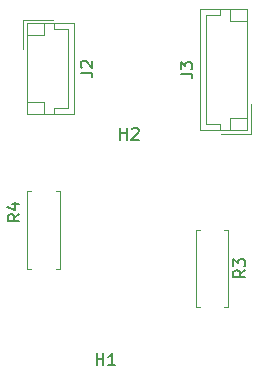
<source format=gbr>
%TF.GenerationSoftware,KiCad,Pcbnew,7.0.9*%
%TF.CreationDate,2024-03-22T21:38:29+01:00*%
%TF.ProjectId,KorrySmallPCB,4b6f7272-7953-46d6-916c-6c5043422e6b,rev?*%
%TF.SameCoordinates,Original*%
%TF.FileFunction,Legend,Top*%
%TF.FilePolarity,Positive*%
%FSLAX46Y46*%
G04 Gerber Fmt 4.6, Leading zero omitted, Abs format (unit mm)*
G04 Created by KiCad (PCBNEW 7.0.9) date 2024-03-22 21:38:29*
%MOMM*%
%LPD*%
G01*
G04 APERTURE LIST*
%ADD10C,0.150000*%
%ADD11C,0.120000*%
G04 APERTURE END LIST*
D10*
X64529819Y-18683333D02*
X65244104Y-18683333D01*
X65244104Y-18683333D02*
X65386961Y-18730952D01*
X65386961Y-18730952D02*
X65482200Y-18826190D01*
X65482200Y-18826190D02*
X65529819Y-18969047D01*
X65529819Y-18969047D02*
X65529819Y-19064285D01*
X64625057Y-18254761D02*
X64577438Y-18207142D01*
X64577438Y-18207142D02*
X64529819Y-18111904D01*
X64529819Y-18111904D02*
X64529819Y-17873809D01*
X64529819Y-17873809D02*
X64577438Y-17778571D01*
X64577438Y-17778571D02*
X64625057Y-17730952D01*
X64625057Y-17730952D02*
X64720295Y-17683333D01*
X64720295Y-17683333D02*
X64815533Y-17683333D01*
X64815533Y-17683333D02*
X64958390Y-17730952D01*
X64958390Y-17730952D02*
X65529819Y-18302380D01*
X65529819Y-18302380D02*
X65529819Y-17683333D01*
X78474819Y-35416666D02*
X77998628Y-35749999D01*
X78474819Y-35988094D02*
X77474819Y-35988094D01*
X77474819Y-35988094D02*
X77474819Y-35607142D01*
X77474819Y-35607142D02*
X77522438Y-35511904D01*
X77522438Y-35511904D02*
X77570057Y-35464285D01*
X77570057Y-35464285D02*
X77665295Y-35416666D01*
X77665295Y-35416666D02*
X77808152Y-35416666D01*
X77808152Y-35416666D02*
X77903390Y-35464285D01*
X77903390Y-35464285D02*
X77951009Y-35511904D01*
X77951009Y-35511904D02*
X77998628Y-35607142D01*
X77998628Y-35607142D02*
X77998628Y-35988094D01*
X77474819Y-35083332D02*
X77474819Y-34464285D01*
X77474819Y-34464285D02*
X77855771Y-34797618D01*
X77855771Y-34797618D02*
X77855771Y-34654761D01*
X77855771Y-34654761D02*
X77903390Y-34559523D01*
X77903390Y-34559523D02*
X77951009Y-34511904D01*
X77951009Y-34511904D02*
X78046247Y-34464285D01*
X78046247Y-34464285D02*
X78284342Y-34464285D01*
X78284342Y-34464285D02*
X78379580Y-34511904D01*
X78379580Y-34511904D02*
X78427200Y-34559523D01*
X78427200Y-34559523D02*
X78474819Y-34654761D01*
X78474819Y-34654761D02*
X78474819Y-34940475D01*
X78474819Y-34940475D02*
X78427200Y-35035713D01*
X78427200Y-35035713D02*
X78379580Y-35083332D01*
X67888095Y-24354819D02*
X67888095Y-23354819D01*
X67888095Y-23831009D02*
X68459523Y-23831009D01*
X68459523Y-24354819D02*
X68459523Y-23354819D01*
X68888095Y-23450057D02*
X68935714Y-23402438D01*
X68935714Y-23402438D02*
X69030952Y-23354819D01*
X69030952Y-23354819D02*
X69269047Y-23354819D01*
X69269047Y-23354819D02*
X69364285Y-23402438D01*
X69364285Y-23402438D02*
X69411904Y-23450057D01*
X69411904Y-23450057D02*
X69459523Y-23545295D01*
X69459523Y-23545295D02*
X69459523Y-23640533D01*
X69459523Y-23640533D02*
X69411904Y-23783390D01*
X69411904Y-23783390D02*
X68840476Y-24354819D01*
X68840476Y-24354819D02*
X69459523Y-24354819D01*
X65888095Y-43454819D02*
X65888095Y-42454819D01*
X65888095Y-42931009D02*
X66459523Y-42931009D01*
X66459523Y-43454819D02*
X66459523Y-42454819D01*
X67459523Y-43454819D02*
X66888095Y-43454819D01*
X67173809Y-43454819D02*
X67173809Y-42454819D01*
X67173809Y-42454819D02*
X67078571Y-42597676D01*
X67078571Y-42597676D02*
X66983333Y-42692914D01*
X66983333Y-42692914D02*
X66888095Y-42740533D01*
X59354819Y-30666666D02*
X58878628Y-30999999D01*
X59354819Y-31238094D02*
X58354819Y-31238094D01*
X58354819Y-31238094D02*
X58354819Y-30857142D01*
X58354819Y-30857142D02*
X58402438Y-30761904D01*
X58402438Y-30761904D02*
X58450057Y-30714285D01*
X58450057Y-30714285D02*
X58545295Y-30666666D01*
X58545295Y-30666666D02*
X58688152Y-30666666D01*
X58688152Y-30666666D02*
X58783390Y-30714285D01*
X58783390Y-30714285D02*
X58831009Y-30761904D01*
X58831009Y-30761904D02*
X58878628Y-30857142D01*
X58878628Y-30857142D02*
X58878628Y-31238094D01*
X58688152Y-29809523D02*
X59354819Y-29809523D01*
X58307200Y-30047618D02*
X59021485Y-30285713D01*
X59021485Y-30285713D02*
X59021485Y-29666666D01*
X73004819Y-18783333D02*
X73719104Y-18783333D01*
X73719104Y-18783333D02*
X73861961Y-18830952D01*
X73861961Y-18830952D02*
X73957200Y-18926190D01*
X73957200Y-18926190D02*
X74004819Y-19069047D01*
X74004819Y-19069047D02*
X74004819Y-19164285D01*
X73004819Y-18402380D02*
X73004819Y-17783333D01*
X73004819Y-17783333D02*
X73385771Y-18116666D01*
X73385771Y-18116666D02*
X73385771Y-17973809D01*
X73385771Y-17973809D02*
X73433390Y-17878571D01*
X73433390Y-17878571D02*
X73481009Y-17830952D01*
X73481009Y-17830952D02*
X73576247Y-17783333D01*
X73576247Y-17783333D02*
X73814342Y-17783333D01*
X73814342Y-17783333D02*
X73909580Y-17830952D01*
X73909580Y-17830952D02*
X73957200Y-17878571D01*
X73957200Y-17878571D02*
X74004819Y-17973809D01*
X74004819Y-17973809D02*
X74004819Y-18259523D01*
X74004819Y-18259523D02*
X73957200Y-18354761D01*
X73957200Y-18354761D02*
X73909580Y-18402380D01*
D11*
%TO.C,J2*%
X62165000Y-14190000D02*
X59665000Y-14190000D01*
X59665000Y-14190000D02*
X59665000Y-16690000D01*
X63985000Y-14490000D02*
X59965000Y-14490000D01*
X62275000Y-14490000D02*
X62275000Y-14990000D01*
X61465000Y-14490000D02*
X61465000Y-15490000D01*
X59965000Y-14490000D02*
X59965000Y-22210000D01*
X63485000Y-14990000D02*
X63485000Y-21710000D01*
X62275000Y-14990000D02*
X63485000Y-14990000D01*
X61465000Y-15490000D02*
X59965000Y-15490000D01*
X61465000Y-21210000D02*
X59965000Y-21210000D01*
X63485000Y-21710000D02*
X62275000Y-21710000D01*
X62275000Y-21710000D02*
X62275000Y-22210000D01*
X63985000Y-22210000D02*
X63985000Y-14490000D01*
X61465000Y-22210000D02*
X61465000Y-21210000D01*
X59965000Y-22210000D02*
X63985000Y-22210000D01*
%TO.C,R3*%
X77020000Y-31980000D02*
X77020000Y-38520000D01*
X76690000Y-31980000D02*
X77020000Y-31980000D01*
X74610000Y-31980000D02*
X74280000Y-31980000D01*
X74280000Y-31980000D02*
X74280000Y-38520000D01*
X77020000Y-38520000D02*
X76690000Y-38520000D01*
X74280000Y-38520000D02*
X74610000Y-38520000D01*
%TO.C,R4*%
X62770000Y-28730000D02*
X62770000Y-35270000D01*
X62440000Y-28730000D02*
X62770000Y-28730000D01*
X60360000Y-28730000D02*
X60030000Y-28730000D01*
X60030000Y-28730000D02*
X60030000Y-35270000D01*
X62770000Y-35270000D02*
X62440000Y-35270000D01*
X60030000Y-35270000D02*
X60360000Y-35270000D01*
%TO.C,J3*%
X78660000Y-13340000D02*
X74640000Y-13340000D01*
X77160000Y-13340000D02*
X77160000Y-14340000D01*
X74640000Y-13340000D02*
X74640000Y-23560000D01*
X76350000Y-13840000D02*
X76350000Y-13340000D01*
X75140000Y-13840000D02*
X76350000Y-13840000D01*
X77160000Y-14340000D02*
X78660000Y-14340000D01*
X77160000Y-22560000D02*
X78660000Y-22560000D01*
X76350000Y-23060000D02*
X75140000Y-23060000D01*
X75140000Y-23060000D02*
X75140000Y-13840000D01*
X78660000Y-23560000D02*
X78660000Y-13340000D01*
X77160000Y-23560000D02*
X77160000Y-22560000D01*
X76350000Y-23560000D02*
X76350000Y-23060000D01*
X74640000Y-23560000D02*
X78660000Y-23560000D01*
X78960000Y-23860000D02*
X78960000Y-21360000D01*
X76460000Y-23860000D02*
X78960000Y-23860000D01*
%TD*%
M02*

</source>
